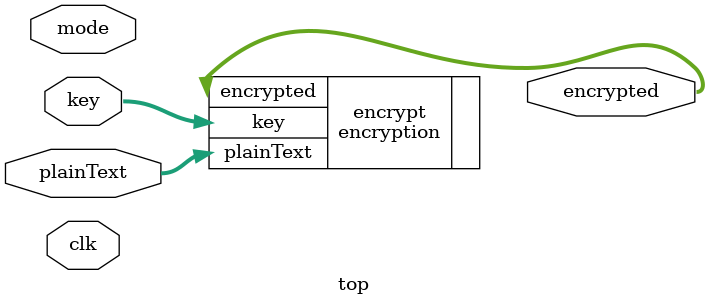
<source format=v>
`timescale 1ns / 1ps
module top(
	input clk,
	input mode, // 1 = decryption and 0 = encryption
	input [0:63] key,
	input [0:63] plainText,
	output [0:63] encrypted
    );
	 
encryption encrypt (
    .plainText(plainText), 
    .key(key), 
    .encrypted(encrypted)
    );




endmodule

</source>
